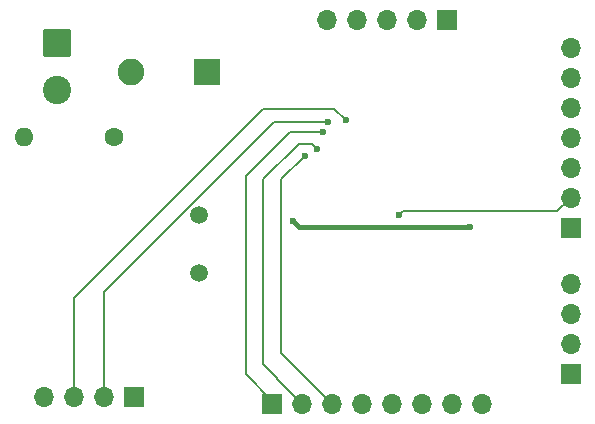
<source format=gbl>
G04 #@! TF.GenerationSoftware,KiCad,Pcbnew,8.0.8-8.0.8-0~ubuntu24.04.1*
G04 #@! TF.CreationDate,2025-08-03T14:04:55+02:00*
G04 #@! TF.ProjectId,atmega328,61746d65-6761-4333-9238-2e6b69636164,rev?*
G04 #@! TF.SameCoordinates,Original*
G04 #@! TF.FileFunction,Copper,L2,Bot*
G04 #@! TF.FilePolarity,Positive*
%FSLAX46Y46*%
G04 Gerber Fmt 4.6, Leading zero omitted, Abs format (unit mm)*
G04 Created by KiCad (PCBNEW 8.0.8-8.0.8-0~ubuntu24.04.1) date 2025-08-03 14:04:55*
%MOMM*%
%LPD*%
G01*
G04 APERTURE LIST*
G04 Aperture macros list*
%AMRoundRect*
0 Rectangle with rounded corners*
0 $1 Rounding radius*
0 $2 $3 $4 $5 $6 $7 $8 $9 X,Y pos of 4 corners*
0 Add a 4 corners polygon primitive as box body*
4,1,4,$2,$3,$4,$5,$6,$7,$8,$9,$2,$3,0*
0 Add four circle primitives for the rounded corners*
1,1,$1+$1,$2,$3*
1,1,$1+$1,$4,$5*
1,1,$1+$1,$6,$7*
1,1,$1+$1,$8,$9*
0 Add four rect primitives between the rounded corners*
20,1,$1+$1,$2,$3,$4,$5,0*
20,1,$1+$1,$4,$5,$6,$7,0*
20,1,$1+$1,$6,$7,$8,$9,0*
20,1,$1+$1,$8,$9,$2,$3,0*%
G04 Aperture macros list end*
G04 #@! TA.AperFunction,ComponentPad*
%ADD10R,1.700000X1.700000*%
G04 #@! TD*
G04 #@! TA.AperFunction,ComponentPad*
%ADD11O,1.700000X1.700000*%
G04 #@! TD*
G04 #@! TA.AperFunction,ComponentPad*
%ADD12C,1.500000*%
G04 #@! TD*
G04 #@! TA.AperFunction,ComponentPad*
%ADD13RoundRect,0.250001X-0.949999X0.949999X-0.949999X-0.949999X0.949999X-0.949999X0.949999X0.949999X0*%
G04 #@! TD*
G04 #@! TA.AperFunction,ComponentPad*
%ADD14C,2.400000*%
G04 #@! TD*
G04 #@! TA.AperFunction,ComponentPad*
%ADD15R,2.250000X2.250000*%
G04 #@! TD*
G04 #@! TA.AperFunction,ComponentPad*
%ADD16C,2.250000*%
G04 #@! TD*
G04 #@! TA.AperFunction,ComponentPad*
%ADD17C,1.600000*%
G04 #@! TD*
G04 #@! TA.AperFunction,ComponentPad*
%ADD18O,1.600000X1.600000*%
G04 #@! TD*
G04 #@! TA.AperFunction,ViaPad*
%ADD19C,0.600000*%
G04 #@! TD*
G04 #@! TA.AperFunction,Conductor*
%ADD20C,0.400000*%
G04 #@! TD*
G04 #@! TA.AperFunction,Conductor*
%ADD21C,0.200000*%
G04 #@! TD*
G04 APERTURE END LIST*
D10*
X152760000Y-90500000D03*
D11*
X155300000Y-90500000D03*
X157840000Y-90500000D03*
X160380000Y-90500000D03*
X162920000Y-90500000D03*
X165460000Y-90500000D03*
X168000000Y-90500000D03*
X170540000Y-90500000D03*
D10*
X141040000Y-89930000D03*
D11*
X138500000Y-89930000D03*
X135960000Y-89930000D03*
X133420000Y-89930000D03*
D10*
X178000000Y-75620000D03*
D11*
X178000000Y-73080000D03*
X178000000Y-70540000D03*
X178000000Y-68000000D03*
X178000000Y-65460000D03*
X178000000Y-62920000D03*
X178000000Y-60380000D03*
D12*
X146500000Y-74550000D03*
X146500000Y-79430000D03*
D13*
X134517500Y-59950000D03*
D14*
X134517500Y-63910000D03*
D10*
X167500000Y-58000000D03*
D11*
X164960000Y-58000000D03*
X162420000Y-58000000D03*
X159880000Y-58000000D03*
X157340000Y-58000000D03*
D10*
X178000000Y-88000000D03*
D11*
X178000000Y-85460000D03*
X178000000Y-82920000D03*
X178000000Y-80380000D03*
D15*
X147250000Y-62430000D03*
D16*
X140750000Y-62430000D03*
D17*
X139310000Y-67930000D03*
D18*
X131690000Y-67930000D03*
D19*
X154500000Y-75000000D03*
X169500000Y-75500000D03*
X155500000Y-69500000D03*
X156500000Y-68900000D03*
X157000000Y-67500000D03*
X163500000Y-74500000D03*
X159000000Y-66500000D03*
X157500000Y-66625000D03*
D20*
X155000000Y-75500000D02*
X154500000Y-75000000D01*
X169500000Y-75500000D02*
X155000000Y-75500000D01*
D21*
X153500000Y-86160000D02*
X157840000Y-90500000D01*
X153500000Y-71500000D02*
X153500000Y-86160000D01*
X155500000Y-69500000D02*
X153500000Y-71500000D01*
X156100000Y-68500000D02*
X155000000Y-68500000D01*
X152000000Y-87154314D02*
X153160000Y-88314314D01*
X155000000Y-68500000D02*
X152000000Y-71500000D01*
X156500000Y-68900000D02*
X156100000Y-68500000D01*
X153160000Y-88360000D02*
X155300000Y-90500000D01*
X152000000Y-71500000D02*
X152000000Y-87154314D01*
X153160000Y-88314314D02*
X153160000Y-88360000D01*
X154250000Y-67500000D02*
X150500000Y-71250000D01*
X150500000Y-71250000D02*
X150500000Y-88000000D01*
X157000000Y-67500000D02*
X154250000Y-67500000D01*
X152760000Y-90260000D02*
X152760000Y-90500000D01*
X150500000Y-88000000D02*
X152760000Y-90260000D01*
X176880000Y-74200000D02*
X178000000Y-73080000D01*
X163800000Y-74200000D02*
X176880000Y-74200000D01*
X163500000Y-74500000D02*
X163800000Y-74200000D01*
X159000000Y-66500000D02*
X158000000Y-65500000D01*
X135960000Y-81540000D02*
X135960000Y-89930000D01*
X158000000Y-65500000D02*
X152000000Y-65500000D01*
X152000000Y-65500000D02*
X135960000Y-81540000D01*
X138500000Y-81000000D02*
X138500000Y-89930000D01*
X157500000Y-66625000D02*
X152875000Y-66625000D01*
X152875000Y-66625000D02*
X138500000Y-81000000D01*
M02*

</source>
